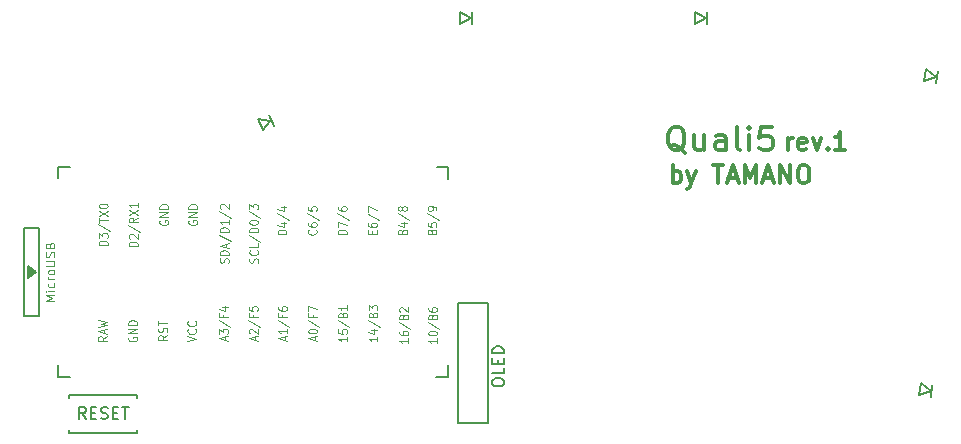
<source format=gto>
%TF.GenerationSoftware,KiCad,Pcbnew,(5.1.9-0-10_14)*%
%TF.CreationDate,2021-05-28T20:21:16+09:00*%
%TF.ProjectId,quali5,7175616c-6935-42e6-9b69-6361645f7063,rev?*%
%TF.SameCoordinates,Original*%
%TF.FileFunction,Legend,Top*%
%TF.FilePolarity,Positive*%
%FSLAX46Y46*%
G04 Gerber Fmt 4.6, Leading zero omitted, Abs format (unit mm)*
G04 Created by KiCad (PCBNEW (5.1.9-0-10_14)) date 2021-05-28 20:21:16*
%MOMM*%
%LPD*%
G01*
G04 APERTURE LIST*
%ADD10C,0.300000*%
%ADD11C,0.150000*%
%ADD12C,0.120000*%
%ADD13C,0.125000*%
G04 APERTURE END LIST*
D10*
X139917142Y-115268571D02*
X139917142Y-114268571D01*
X139917142Y-114554285D02*
X139988571Y-114411428D01*
X140060000Y-114340000D01*
X140202857Y-114268571D01*
X140345714Y-114268571D01*
X141417142Y-115197142D02*
X141274285Y-115268571D01*
X140988571Y-115268571D01*
X140845714Y-115197142D01*
X140774285Y-115054285D01*
X140774285Y-114482857D01*
X140845714Y-114340000D01*
X140988571Y-114268571D01*
X141274285Y-114268571D01*
X141417142Y-114340000D01*
X141488571Y-114482857D01*
X141488571Y-114625714D01*
X140774285Y-114768571D01*
X141988571Y-114268571D02*
X142345714Y-115268571D01*
X142702857Y-114268571D01*
X143274285Y-115125714D02*
X143345714Y-115197142D01*
X143274285Y-115268571D01*
X143202857Y-115197142D01*
X143274285Y-115125714D01*
X143274285Y-115268571D01*
X144774285Y-115268571D02*
X143917142Y-115268571D01*
X144345714Y-115268571D02*
X144345714Y-113768571D01*
X144202857Y-113982857D01*
X144060000Y-114125714D01*
X143917142Y-114197142D01*
X130160000Y-118068571D02*
X130160000Y-116568571D01*
X130160000Y-117140000D02*
X130302857Y-117068571D01*
X130588571Y-117068571D01*
X130731428Y-117140000D01*
X130802857Y-117211428D01*
X130874285Y-117354285D01*
X130874285Y-117782857D01*
X130802857Y-117925714D01*
X130731428Y-117997142D01*
X130588571Y-118068571D01*
X130302857Y-118068571D01*
X130160000Y-117997142D01*
X131374285Y-117068571D02*
X131731428Y-118068571D01*
X132088571Y-117068571D02*
X131731428Y-118068571D01*
X131588571Y-118425714D01*
X131517142Y-118497142D01*
X131374285Y-118568571D01*
X133588571Y-116568571D02*
X134445714Y-116568571D01*
X134017142Y-118068571D02*
X134017142Y-116568571D01*
X134874285Y-117640000D02*
X135588571Y-117640000D01*
X134731428Y-118068571D02*
X135231428Y-116568571D01*
X135731428Y-118068571D01*
X136231428Y-118068571D02*
X136231428Y-116568571D01*
X136731428Y-117640000D01*
X137231428Y-116568571D01*
X137231428Y-118068571D01*
X137874285Y-117640000D02*
X138588571Y-117640000D01*
X137731428Y-118068571D02*
X138231428Y-116568571D01*
X138731428Y-118068571D01*
X139231428Y-118068571D02*
X139231428Y-116568571D01*
X140088571Y-118068571D01*
X140088571Y-116568571D01*
X141088571Y-116568571D02*
X141374285Y-116568571D01*
X141517142Y-116640000D01*
X141660000Y-116782857D01*
X141731428Y-117068571D01*
X141731428Y-117568571D01*
X141660000Y-117854285D01*
X141517142Y-117997142D01*
X141374285Y-118068571D01*
X141088571Y-118068571D01*
X140945714Y-117997142D01*
X140802857Y-117854285D01*
X140731428Y-117568571D01*
X140731428Y-117068571D01*
X140802857Y-116782857D01*
X140945714Y-116640000D01*
X141088571Y-116568571D01*
X131214523Y-115485238D02*
X131024047Y-115390000D01*
X130833571Y-115199523D01*
X130547857Y-114913809D01*
X130357380Y-114818571D01*
X130166904Y-114818571D01*
X130262142Y-115294761D02*
X130071666Y-115199523D01*
X129881190Y-115009047D01*
X129785952Y-114628095D01*
X129785952Y-113961428D01*
X129881190Y-113580476D01*
X130071666Y-113390000D01*
X130262142Y-113294761D01*
X130643095Y-113294761D01*
X130833571Y-113390000D01*
X131024047Y-113580476D01*
X131119285Y-113961428D01*
X131119285Y-114628095D01*
X131024047Y-115009047D01*
X130833571Y-115199523D01*
X130643095Y-115294761D01*
X130262142Y-115294761D01*
X132833571Y-113961428D02*
X132833571Y-115294761D01*
X131976428Y-113961428D02*
X131976428Y-115009047D01*
X132071666Y-115199523D01*
X132262142Y-115294761D01*
X132547857Y-115294761D01*
X132738333Y-115199523D01*
X132833571Y-115104285D01*
X134643095Y-115294761D02*
X134643095Y-114247142D01*
X134547857Y-114056666D01*
X134357380Y-113961428D01*
X133976428Y-113961428D01*
X133785952Y-114056666D01*
X134643095Y-115199523D02*
X134452619Y-115294761D01*
X133976428Y-115294761D01*
X133785952Y-115199523D01*
X133690714Y-115009047D01*
X133690714Y-114818571D01*
X133785952Y-114628095D01*
X133976428Y-114532857D01*
X134452619Y-114532857D01*
X134643095Y-114437619D01*
X135881190Y-115294761D02*
X135690714Y-115199523D01*
X135595476Y-115009047D01*
X135595476Y-113294761D01*
X136643095Y-115294761D02*
X136643095Y-113961428D01*
X136643095Y-113294761D02*
X136547857Y-113390000D01*
X136643095Y-113485238D01*
X136738333Y-113390000D01*
X136643095Y-113294761D01*
X136643095Y-113485238D01*
X138547857Y-113294761D02*
X137595476Y-113294761D01*
X137500238Y-114247142D01*
X137595476Y-114151904D01*
X137785952Y-114056666D01*
X138262142Y-114056666D01*
X138452619Y-114151904D01*
X138547857Y-114247142D01*
X138643095Y-114437619D01*
X138643095Y-114913809D01*
X138547857Y-115104285D01*
X138452619Y-115199523D01*
X138262142Y-115294761D01*
X137785952Y-115294761D01*
X137595476Y-115199523D01*
X137500238Y-115104285D01*
D11*
%TO.C,U1*%
X76010000Y-125740000D02*
X76010000Y-125440000D01*
X75860000Y-125840000D02*
X75860000Y-125340000D01*
X75710000Y-125940000D02*
X75710000Y-125240000D01*
X76210000Y-125590000D02*
X75560000Y-126090000D01*
X75560000Y-125090000D02*
X76210000Y-125590000D01*
X75560000Y-126090000D02*
X75560000Y-125090000D01*
X75210000Y-121840000D02*
X75210000Y-129340000D01*
X76510000Y-121840000D02*
X75210000Y-121840000D01*
X76510000Y-129340000D02*
X76510000Y-121840000D01*
X75210000Y-129340000D02*
X76510000Y-129340000D01*
X78110000Y-134490000D02*
X79110000Y-134490000D01*
X78110000Y-116690000D02*
X79110000Y-116690000D01*
X78110000Y-134490000D02*
X78110000Y-133490000D01*
X78110000Y-116690000D02*
X78110000Y-117640000D01*
X110110000Y-134490000D02*
X111160000Y-134490000D01*
X110160000Y-116690000D02*
X111160000Y-116690000D01*
X111160000Y-134490000D02*
X111160000Y-133490000D01*
X111160000Y-116690000D02*
X111160000Y-117700000D01*
%TO.C,D3*%
X133040000Y-104560000D02*
X133040000Y-103560000D01*
X132040000Y-103560000D02*
X132940000Y-104060000D01*
X132040000Y-104560000D02*
X132040000Y-103560000D01*
X132940000Y-104060000D02*
X132040000Y-104560000D01*
%TO.C,D1*%
X96080874Y-112800157D02*
X95433711Y-113600895D01*
X95433711Y-113600895D02*
X95059105Y-112673711D01*
X95059105Y-112673711D02*
X96080874Y-112800157D01*
X96360895Y-113226289D02*
X95986289Y-112299105D01*
%TO.C,D2*%
X113180000Y-104560000D02*
X113180000Y-103560000D01*
X112180000Y-103560000D02*
X113080000Y-104060000D01*
X112180000Y-104560000D02*
X112180000Y-103560000D01*
X113080000Y-104060000D02*
X112180000Y-104560000D01*
%TO.C,D4*%
X152424656Y-109054356D02*
X151470430Y-109440946D01*
X151470430Y-109440946D02*
X151592300Y-108448400D01*
X151592300Y-108448400D02*
X152424656Y-109054356D01*
X152462976Y-109562816D02*
X152584846Y-108570270D01*
%TO.C,D5*%
X151987018Y-135638748D02*
X151032792Y-136025338D01*
X151032792Y-136025338D02*
X151154662Y-135032792D01*
X151154662Y-135032792D02*
X151987018Y-135638748D01*
X152025338Y-136147208D02*
X152147208Y-135154662D01*
%TO.C,OL1*%
X114480000Y-138360000D02*
X114480000Y-128200000D01*
X111940000Y-138360000D02*
X111940000Y-128200000D01*
X111940000Y-128200000D02*
X114480000Y-128200000D01*
X114480000Y-138360000D02*
X111940000Y-138360000D01*
%TO.C,SW1*%
X79060000Y-139190000D02*
X84760000Y-139190000D01*
X84760000Y-139190000D02*
X84760000Y-138940000D01*
X79060000Y-139190000D02*
X79060000Y-138940000D01*
X79060000Y-135990000D02*
X79060000Y-136240000D01*
X79060000Y-135990000D02*
X84760000Y-135990000D01*
X84760000Y-135990000D02*
X84760000Y-136240000D01*
%TO.C,U1*%
D12*
X77799285Y-128086428D02*
X77049285Y-128086428D01*
X77585000Y-127836428D01*
X77049285Y-127586428D01*
X77799285Y-127586428D01*
X77799285Y-127229285D02*
X77299285Y-127229285D01*
X77049285Y-127229285D02*
X77085000Y-127265000D01*
X77120714Y-127229285D01*
X77085000Y-127193571D01*
X77049285Y-127229285D01*
X77120714Y-127229285D01*
X77763571Y-126550714D02*
X77799285Y-126622142D01*
X77799285Y-126765000D01*
X77763571Y-126836428D01*
X77727857Y-126872142D01*
X77656428Y-126907857D01*
X77442142Y-126907857D01*
X77370714Y-126872142D01*
X77335000Y-126836428D01*
X77299285Y-126765000D01*
X77299285Y-126622142D01*
X77335000Y-126550714D01*
X77799285Y-126229285D02*
X77299285Y-126229285D01*
X77442142Y-126229285D02*
X77370714Y-126193571D01*
X77335000Y-126157857D01*
X77299285Y-126086428D01*
X77299285Y-126015000D01*
X77799285Y-125657857D02*
X77763571Y-125729285D01*
X77727857Y-125765000D01*
X77656428Y-125800714D01*
X77442142Y-125800714D01*
X77370714Y-125765000D01*
X77335000Y-125729285D01*
X77299285Y-125657857D01*
X77299285Y-125550714D01*
X77335000Y-125479285D01*
X77370714Y-125443571D01*
X77442142Y-125407857D01*
X77656428Y-125407857D01*
X77727857Y-125443571D01*
X77763571Y-125479285D01*
X77799285Y-125550714D01*
X77799285Y-125657857D01*
X77049285Y-125086428D02*
X77656428Y-125086428D01*
X77727857Y-125050714D01*
X77763571Y-125015000D01*
X77799285Y-124943571D01*
X77799285Y-124800714D01*
X77763571Y-124729285D01*
X77727857Y-124693571D01*
X77656428Y-124657857D01*
X77049285Y-124657857D01*
X77763571Y-124336428D02*
X77799285Y-124229285D01*
X77799285Y-124050714D01*
X77763571Y-123979285D01*
X77727857Y-123943571D01*
X77656428Y-123907857D01*
X77585000Y-123907857D01*
X77513571Y-123943571D01*
X77477857Y-123979285D01*
X77442142Y-124050714D01*
X77406428Y-124193571D01*
X77370714Y-124265000D01*
X77335000Y-124300714D01*
X77263571Y-124336428D01*
X77192142Y-124336428D01*
X77120714Y-124300714D01*
X77085000Y-124265000D01*
X77049285Y-124193571D01*
X77049285Y-124015000D01*
X77085000Y-123907857D01*
X77406428Y-123336428D02*
X77442142Y-123229285D01*
X77477857Y-123193571D01*
X77549285Y-123157857D01*
X77656428Y-123157857D01*
X77727857Y-123193571D01*
X77763571Y-123229285D01*
X77799285Y-123300714D01*
X77799285Y-123586428D01*
X77049285Y-123586428D01*
X77049285Y-123336428D01*
X77085000Y-123265000D01*
X77120714Y-123229285D01*
X77192142Y-123193571D01*
X77263571Y-123193571D01*
X77335000Y-123229285D01*
X77370714Y-123265000D01*
X77406428Y-123336428D01*
X77406428Y-123586428D01*
D13*
X107256428Y-122176190D02*
X107292142Y-122080476D01*
X107327857Y-122048571D01*
X107399285Y-122016666D01*
X107506428Y-122016666D01*
X107577857Y-122048571D01*
X107613571Y-122080476D01*
X107649285Y-122144285D01*
X107649285Y-122399523D01*
X106899285Y-122399523D01*
X106899285Y-122176190D01*
X106935000Y-122112380D01*
X106970714Y-122080476D01*
X107042142Y-122048571D01*
X107113571Y-122048571D01*
X107185000Y-122080476D01*
X107220714Y-122112380D01*
X107256428Y-122176190D01*
X107256428Y-122399523D01*
X107149285Y-121442380D02*
X107649285Y-121442380D01*
X106863571Y-121601904D02*
X107399285Y-121761428D01*
X107399285Y-121346666D01*
X106863571Y-120612857D02*
X107827857Y-121187142D01*
X107220714Y-120293809D02*
X107185000Y-120357619D01*
X107149285Y-120389523D01*
X107077857Y-120421428D01*
X107042142Y-120421428D01*
X106970714Y-120389523D01*
X106935000Y-120357619D01*
X106899285Y-120293809D01*
X106899285Y-120166190D01*
X106935000Y-120102380D01*
X106970714Y-120070476D01*
X107042142Y-120038571D01*
X107077857Y-120038571D01*
X107149285Y-120070476D01*
X107185000Y-120102380D01*
X107220714Y-120166190D01*
X107220714Y-120293809D01*
X107256428Y-120357619D01*
X107292142Y-120389523D01*
X107363571Y-120421428D01*
X107506428Y-120421428D01*
X107577857Y-120389523D01*
X107613571Y-120357619D01*
X107649285Y-120293809D01*
X107649285Y-120166190D01*
X107613571Y-120102380D01*
X107577857Y-120070476D01*
X107506428Y-120038571D01*
X107363571Y-120038571D01*
X107292142Y-120070476D01*
X107256428Y-120102380D01*
X107220714Y-120166190D01*
X84849285Y-123403571D02*
X84099285Y-123403571D01*
X84099285Y-123244047D01*
X84135000Y-123148333D01*
X84206428Y-123084523D01*
X84277857Y-123052619D01*
X84420714Y-123020714D01*
X84527857Y-123020714D01*
X84670714Y-123052619D01*
X84742142Y-123084523D01*
X84813571Y-123148333D01*
X84849285Y-123244047D01*
X84849285Y-123403571D01*
X84170714Y-122765476D02*
X84135000Y-122733571D01*
X84099285Y-122669761D01*
X84099285Y-122510238D01*
X84135000Y-122446428D01*
X84170714Y-122414523D01*
X84242142Y-122382619D01*
X84313571Y-122382619D01*
X84420714Y-122414523D01*
X84849285Y-122797380D01*
X84849285Y-122382619D01*
X84063571Y-121616904D02*
X85027857Y-122191190D01*
X84849285Y-121010714D02*
X84492142Y-121234047D01*
X84849285Y-121393571D02*
X84099285Y-121393571D01*
X84099285Y-121138333D01*
X84135000Y-121074523D01*
X84170714Y-121042619D01*
X84242142Y-121010714D01*
X84349285Y-121010714D01*
X84420714Y-121042619D01*
X84456428Y-121074523D01*
X84492142Y-121138333D01*
X84492142Y-121393571D01*
X84099285Y-120787380D02*
X84849285Y-120340714D01*
X84099285Y-120340714D02*
X84849285Y-120787380D01*
X84849285Y-119734523D02*
X84849285Y-120117380D01*
X84849285Y-119925952D02*
X84099285Y-119925952D01*
X84206428Y-119989761D01*
X84277857Y-120053571D01*
X84313571Y-120117380D01*
X109756428Y-122176190D02*
X109792142Y-122080476D01*
X109827857Y-122048571D01*
X109899285Y-122016666D01*
X110006428Y-122016666D01*
X110077857Y-122048571D01*
X110113571Y-122080476D01*
X110149285Y-122144285D01*
X110149285Y-122399523D01*
X109399285Y-122399523D01*
X109399285Y-122176190D01*
X109435000Y-122112380D01*
X109470714Y-122080476D01*
X109542142Y-122048571D01*
X109613571Y-122048571D01*
X109685000Y-122080476D01*
X109720714Y-122112380D01*
X109756428Y-122176190D01*
X109756428Y-122399523D01*
X109399285Y-121410476D02*
X109399285Y-121729523D01*
X109756428Y-121761428D01*
X109720714Y-121729523D01*
X109685000Y-121665714D01*
X109685000Y-121506190D01*
X109720714Y-121442380D01*
X109756428Y-121410476D01*
X109827857Y-121378571D01*
X110006428Y-121378571D01*
X110077857Y-121410476D01*
X110113571Y-121442380D01*
X110149285Y-121506190D01*
X110149285Y-121665714D01*
X110113571Y-121729523D01*
X110077857Y-121761428D01*
X109363571Y-120612857D02*
X110327857Y-121187142D01*
X110149285Y-120357619D02*
X110149285Y-120230000D01*
X110113571Y-120166190D01*
X110077857Y-120134285D01*
X109970714Y-120070476D01*
X109827857Y-120038571D01*
X109542142Y-120038571D01*
X109470714Y-120070476D01*
X109435000Y-120102380D01*
X109399285Y-120166190D01*
X109399285Y-120293809D01*
X109435000Y-120357619D01*
X109470714Y-120389523D01*
X109542142Y-120421428D01*
X109720714Y-120421428D01*
X109792142Y-120389523D01*
X109827857Y-120357619D01*
X109863571Y-120293809D01*
X109863571Y-120166190D01*
X109827857Y-120102380D01*
X109792142Y-120070476D01*
X109720714Y-120038571D01*
X99927857Y-122016666D02*
X99963571Y-122048571D01*
X99999285Y-122144285D01*
X99999285Y-122208095D01*
X99963571Y-122303809D01*
X99892142Y-122367619D01*
X99820714Y-122399523D01*
X99677857Y-122431428D01*
X99570714Y-122431428D01*
X99427857Y-122399523D01*
X99356428Y-122367619D01*
X99285000Y-122303809D01*
X99249285Y-122208095D01*
X99249285Y-122144285D01*
X99285000Y-122048571D01*
X99320714Y-122016666D01*
X99249285Y-121442380D02*
X99249285Y-121570000D01*
X99285000Y-121633809D01*
X99320714Y-121665714D01*
X99427857Y-121729523D01*
X99570714Y-121761428D01*
X99856428Y-121761428D01*
X99927857Y-121729523D01*
X99963571Y-121697619D01*
X99999285Y-121633809D01*
X99999285Y-121506190D01*
X99963571Y-121442380D01*
X99927857Y-121410476D01*
X99856428Y-121378571D01*
X99677857Y-121378571D01*
X99606428Y-121410476D01*
X99570714Y-121442380D01*
X99535000Y-121506190D01*
X99535000Y-121633809D01*
X99570714Y-121697619D01*
X99606428Y-121729523D01*
X99677857Y-121761428D01*
X99213571Y-120612857D02*
X100177857Y-121187142D01*
X99249285Y-120070476D02*
X99249285Y-120389523D01*
X99606428Y-120421428D01*
X99570714Y-120389523D01*
X99535000Y-120325714D01*
X99535000Y-120166190D01*
X99570714Y-120102380D01*
X99606428Y-120070476D01*
X99677857Y-120038571D01*
X99856428Y-120038571D01*
X99927857Y-120070476D01*
X99963571Y-120102380D01*
X99999285Y-120166190D01*
X99999285Y-120325714D01*
X99963571Y-120389523D01*
X99927857Y-120421428D01*
X95013571Y-124807619D02*
X95049285Y-124711904D01*
X95049285Y-124552380D01*
X95013571Y-124488571D01*
X94977857Y-124456666D01*
X94906428Y-124424761D01*
X94835000Y-124424761D01*
X94763571Y-124456666D01*
X94727857Y-124488571D01*
X94692142Y-124552380D01*
X94656428Y-124680000D01*
X94620714Y-124743809D01*
X94585000Y-124775714D01*
X94513571Y-124807619D01*
X94442142Y-124807619D01*
X94370714Y-124775714D01*
X94335000Y-124743809D01*
X94299285Y-124680000D01*
X94299285Y-124520476D01*
X94335000Y-124424761D01*
X94977857Y-123754761D02*
X95013571Y-123786666D01*
X95049285Y-123882380D01*
X95049285Y-123946190D01*
X95013571Y-124041904D01*
X94942142Y-124105714D01*
X94870714Y-124137619D01*
X94727857Y-124169523D01*
X94620714Y-124169523D01*
X94477857Y-124137619D01*
X94406428Y-124105714D01*
X94335000Y-124041904D01*
X94299285Y-123946190D01*
X94299285Y-123882380D01*
X94335000Y-123786666D01*
X94370714Y-123754761D01*
X95049285Y-123148571D02*
X95049285Y-123467619D01*
X94299285Y-123467619D01*
X94263571Y-122446666D02*
X95227857Y-123020952D01*
X95049285Y-122223333D02*
X94299285Y-122223333D01*
X94299285Y-122063809D01*
X94335000Y-121968095D01*
X94406428Y-121904285D01*
X94477857Y-121872380D01*
X94620714Y-121840476D01*
X94727857Y-121840476D01*
X94870714Y-121872380D01*
X94942142Y-121904285D01*
X95013571Y-121968095D01*
X95049285Y-122063809D01*
X95049285Y-122223333D01*
X94299285Y-121425714D02*
X94299285Y-121361904D01*
X94335000Y-121298095D01*
X94370714Y-121266190D01*
X94442142Y-121234285D01*
X94585000Y-121202380D01*
X94763571Y-121202380D01*
X94906428Y-121234285D01*
X94977857Y-121266190D01*
X95013571Y-121298095D01*
X95049285Y-121361904D01*
X95049285Y-121425714D01*
X95013571Y-121489523D01*
X94977857Y-121521428D01*
X94906428Y-121553333D01*
X94763571Y-121585238D01*
X94585000Y-121585238D01*
X94442142Y-121553333D01*
X94370714Y-121521428D01*
X94335000Y-121489523D01*
X94299285Y-121425714D01*
X94263571Y-120436666D02*
X95227857Y-121010952D01*
X94299285Y-120277142D02*
X94299285Y-119862380D01*
X94585000Y-120085714D01*
X94585000Y-119990000D01*
X94620714Y-119926190D01*
X94656428Y-119894285D01*
X94727857Y-119862380D01*
X94906428Y-119862380D01*
X94977857Y-119894285D01*
X95013571Y-119926190D01*
X95049285Y-119990000D01*
X95049285Y-120181428D01*
X95013571Y-120245238D01*
X94977857Y-120277142D01*
X92513571Y-124823571D02*
X92549285Y-124727857D01*
X92549285Y-124568333D01*
X92513571Y-124504523D01*
X92477857Y-124472619D01*
X92406428Y-124440714D01*
X92335000Y-124440714D01*
X92263571Y-124472619D01*
X92227857Y-124504523D01*
X92192142Y-124568333D01*
X92156428Y-124695952D01*
X92120714Y-124759761D01*
X92085000Y-124791666D01*
X92013571Y-124823571D01*
X91942142Y-124823571D01*
X91870714Y-124791666D01*
X91835000Y-124759761D01*
X91799285Y-124695952D01*
X91799285Y-124536428D01*
X91835000Y-124440714D01*
X92549285Y-124153571D02*
X91799285Y-124153571D01*
X91799285Y-123994047D01*
X91835000Y-123898333D01*
X91906428Y-123834523D01*
X91977857Y-123802619D01*
X92120714Y-123770714D01*
X92227857Y-123770714D01*
X92370714Y-123802619D01*
X92442142Y-123834523D01*
X92513571Y-123898333D01*
X92549285Y-123994047D01*
X92549285Y-124153571D01*
X92335000Y-123515476D02*
X92335000Y-123196428D01*
X92549285Y-123579285D02*
X91799285Y-123355952D01*
X92549285Y-123132619D01*
X91763571Y-122430714D02*
X92727857Y-123005000D01*
X92549285Y-122207380D02*
X91799285Y-122207380D01*
X91799285Y-122047857D01*
X91835000Y-121952142D01*
X91906428Y-121888333D01*
X91977857Y-121856428D01*
X92120714Y-121824523D01*
X92227857Y-121824523D01*
X92370714Y-121856428D01*
X92442142Y-121888333D01*
X92513571Y-121952142D01*
X92549285Y-122047857D01*
X92549285Y-122207380D01*
X92549285Y-121186428D02*
X92549285Y-121569285D01*
X92549285Y-121377857D02*
X91799285Y-121377857D01*
X91906428Y-121441666D01*
X91977857Y-121505476D01*
X92013571Y-121569285D01*
X91763571Y-120420714D02*
X92727857Y-120995000D01*
X91870714Y-120229285D02*
X91835000Y-120197380D01*
X91799285Y-120133571D01*
X91799285Y-119974047D01*
X91835000Y-119910238D01*
X91870714Y-119878333D01*
X91942142Y-119846428D01*
X92013571Y-119846428D01*
X92120714Y-119878333D01*
X92549285Y-120261190D01*
X92549285Y-119846428D01*
X97449285Y-122399523D02*
X96699285Y-122399523D01*
X96699285Y-122240000D01*
X96735000Y-122144285D01*
X96806428Y-122080476D01*
X96877857Y-122048571D01*
X97020714Y-122016666D01*
X97127857Y-122016666D01*
X97270714Y-122048571D01*
X97342142Y-122080476D01*
X97413571Y-122144285D01*
X97449285Y-122240000D01*
X97449285Y-122399523D01*
X96949285Y-121442380D02*
X97449285Y-121442380D01*
X96663571Y-121601904D02*
X97199285Y-121761428D01*
X97199285Y-121346666D01*
X96663571Y-120612857D02*
X97627857Y-121187142D01*
X96949285Y-120102380D02*
X97449285Y-120102380D01*
X96663571Y-120261904D02*
X97199285Y-120421428D01*
X97199285Y-120006666D01*
X82299285Y-123323809D02*
X81549285Y-123323809D01*
X81549285Y-123164285D01*
X81585000Y-123068571D01*
X81656428Y-123004761D01*
X81727857Y-122972857D01*
X81870714Y-122940952D01*
X81977857Y-122940952D01*
X82120714Y-122972857D01*
X82192142Y-123004761D01*
X82263571Y-123068571D01*
X82299285Y-123164285D01*
X82299285Y-123323809D01*
X81549285Y-122717619D02*
X81549285Y-122302857D01*
X81835000Y-122526190D01*
X81835000Y-122430476D01*
X81870714Y-122366666D01*
X81906428Y-122334761D01*
X81977857Y-122302857D01*
X82156428Y-122302857D01*
X82227857Y-122334761D01*
X82263571Y-122366666D01*
X82299285Y-122430476D01*
X82299285Y-122621904D01*
X82263571Y-122685714D01*
X82227857Y-122717619D01*
X81513571Y-121537142D02*
X82477857Y-122111428D01*
X81549285Y-121409523D02*
X81549285Y-121026666D01*
X82299285Y-121218095D02*
X81549285Y-121218095D01*
X81549285Y-120867142D02*
X82299285Y-120420476D01*
X81549285Y-120420476D02*
X82299285Y-120867142D01*
X81549285Y-120037619D02*
X81549285Y-119973809D01*
X81585000Y-119910000D01*
X81620714Y-119878095D01*
X81692142Y-119846190D01*
X81835000Y-119814285D01*
X82013571Y-119814285D01*
X82156428Y-119846190D01*
X82227857Y-119878095D01*
X82263571Y-119910000D01*
X82299285Y-119973809D01*
X82299285Y-120037619D01*
X82263571Y-120101428D01*
X82227857Y-120133333D01*
X82156428Y-120165238D01*
X82013571Y-120197142D01*
X81835000Y-120197142D01*
X81692142Y-120165238D01*
X81620714Y-120133333D01*
X81585000Y-120101428D01*
X81549285Y-120037619D01*
X89185000Y-121245476D02*
X89149285Y-121309285D01*
X89149285Y-121405000D01*
X89185000Y-121500714D01*
X89256428Y-121564523D01*
X89327857Y-121596428D01*
X89470714Y-121628333D01*
X89577857Y-121628333D01*
X89720714Y-121596428D01*
X89792142Y-121564523D01*
X89863571Y-121500714D01*
X89899285Y-121405000D01*
X89899285Y-121341190D01*
X89863571Y-121245476D01*
X89827857Y-121213571D01*
X89577857Y-121213571D01*
X89577857Y-121341190D01*
X89899285Y-120926428D02*
X89149285Y-120926428D01*
X89899285Y-120543571D01*
X89149285Y-120543571D01*
X89899285Y-120224523D02*
X89149285Y-120224523D01*
X89149285Y-120065000D01*
X89185000Y-119969285D01*
X89256428Y-119905476D01*
X89327857Y-119873571D01*
X89470714Y-119841666D01*
X89577857Y-119841666D01*
X89720714Y-119873571D01*
X89792142Y-119905476D01*
X89863571Y-119969285D01*
X89899285Y-120065000D01*
X89899285Y-120224523D01*
X86735000Y-121245476D02*
X86699285Y-121309285D01*
X86699285Y-121405000D01*
X86735000Y-121500714D01*
X86806428Y-121564523D01*
X86877857Y-121596428D01*
X87020714Y-121628333D01*
X87127857Y-121628333D01*
X87270714Y-121596428D01*
X87342142Y-121564523D01*
X87413571Y-121500714D01*
X87449285Y-121405000D01*
X87449285Y-121341190D01*
X87413571Y-121245476D01*
X87377857Y-121213571D01*
X87127857Y-121213571D01*
X87127857Y-121341190D01*
X87449285Y-120926428D02*
X86699285Y-120926428D01*
X87449285Y-120543571D01*
X86699285Y-120543571D01*
X87449285Y-120224523D02*
X86699285Y-120224523D01*
X86699285Y-120065000D01*
X86735000Y-119969285D01*
X86806428Y-119905476D01*
X86877857Y-119873571D01*
X87020714Y-119841666D01*
X87127857Y-119841666D01*
X87270714Y-119873571D01*
X87342142Y-119905476D01*
X87413571Y-119969285D01*
X87449285Y-120065000D01*
X87449285Y-120224523D01*
X102549285Y-122399523D02*
X101799285Y-122399523D01*
X101799285Y-122240000D01*
X101835000Y-122144285D01*
X101906428Y-122080476D01*
X101977857Y-122048571D01*
X102120714Y-122016666D01*
X102227857Y-122016666D01*
X102370714Y-122048571D01*
X102442142Y-122080476D01*
X102513571Y-122144285D01*
X102549285Y-122240000D01*
X102549285Y-122399523D01*
X101799285Y-121793333D02*
X101799285Y-121346666D01*
X102549285Y-121633809D01*
X101763571Y-120612857D02*
X102727857Y-121187142D01*
X101799285Y-120102380D02*
X101799285Y-120230000D01*
X101835000Y-120293809D01*
X101870714Y-120325714D01*
X101977857Y-120389523D01*
X102120714Y-120421428D01*
X102406428Y-120421428D01*
X102477857Y-120389523D01*
X102513571Y-120357619D01*
X102549285Y-120293809D01*
X102549285Y-120166190D01*
X102513571Y-120102380D01*
X102477857Y-120070476D01*
X102406428Y-120038571D01*
X102227857Y-120038571D01*
X102156428Y-120070476D01*
X102120714Y-120102380D01*
X102085000Y-120166190D01*
X102085000Y-120293809D01*
X102120714Y-120357619D01*
X102156428Y-120389523D01*
X102227857Y-120421428D01*
X104706428Y-122367619D02*
X104706428Y-122144285D01*
X105099285Y-122048571D02*
X105099285Y-122367619D01*
X104349285Y-122367619D01*
X104349285Y-122048571D01*
X104349285Y-121474285D02*
X104349285Y-121601904D01*
X104385000Y-121665714D01*
X104420714Y-121697619D01*
X104527857Y-121761428D01*
X104670714Y-121793333D01*
X104956428Y-121793333D01*
X105027857Y-121761428D01*
X105063571Y-121729523D01*
X105099285Y-121665714D01*
X105099285Y-121538095D01*
X105063571Y-121474285D01*
X105027857Y-121442380D01*
X104956428Y-121410476D01*
X104777857Y-121410476D01*
X104706428Y-121442380D01*
X104670714Y-121474285D01*
X104635000Y-121538095D01*
X104635000Y-121665714D01*
X104670714Y-121729523D01*
X104706428Y-121761428D01*
X104777857Y-121793333D01*
X104313571Y-120644761D02*
X105277857Y-121219047D01*
X104349285Y-120485238D02*
X104349285Y-120038571D01*
X105099285Y-120325714D01*
X107749285Y-131222619D02*
X107749285Y-131605476D01*
X107749285Y-131414047D02*
X106999285Y-131414047D01*
X107106428Y-131477857D01*
X107177857Y-131541666D01*
X107213571Y-131605476D01*
X106999285Y-130648333D02*
X106999285Y-130775952D01*
X107035000Y-130839761D01*
X107070714Y-130871666D01*
X107177857Y-130935476D01*
X107320714Y-130967380D01*
X107606428Y-130967380D01*
X107677857Y-130935476D01*
X107713571Y-130903571D01*
X107749285Y-130839761D01*
X107749285Y-130712142D01*
X107713571Y-130648333D01*
X107677857Y-130616428D01*
X107606428Y-130584523D01*
X107427857Y-130584523D01*
X107356428Y-130616428D01*
X107320714Y-130648333D01*
X107285000Y-130712142D01*
X107285000Y-130839761D01*
X107320714Y-130903571D01*
X107356428Y-130935476D01*
X107427857Y-130967380D01*
X106963571Y-129818809D02*
X107927857Y-130393095D01*
X107356428Y-129372142D02*
X107392142Y-129276428D01*
X107427857Y-129244523D01*
X107499285Y-129212619D01*
X107606428Y-129212619D01*
X107677857Y-129244523D01*
X107713571Y-129276428D01*
X107749285Y-129340238D01*
X107749285Y-129595476D01*
X106999285Y-129595476D01*
X106999285Y-129372142D01*
X107035000Y-129308333D01*
X107070714Y-129276428D01*
X107142142Y-129244523D01*
X107213571Y-129244523D01*
X107285000Y-129276428D01*
X107320714Y-129308333D01*
X107356428Y-129372142D01*
X107356428Y-129595476D01*
X107070714Y-128957380D02*
X107035000Y-128925476D01*
X106999285Y-128861666D01*
X106999285Y-128702142D01*
X107035000Y-128638333D01*
X107070714Y-128606428D01*
X107142142Y-128574523D01*
X107213571Y-128574523D01*
X107320714Y-128606428D01*
X107749285Y-128989285D01*
X107749285Y-128574523D01*
X110199285Y-131222619D02*
X110199285Y-131605476D01*
X110199285Y-131414047D02*
X109449285Y-131414047D01*
X109556428Y-131477857D01*
X109627857Y-131541666D01*
X109663571Y-131605476D01*
X109449285Y-130807857D02*
X109449285Y-130744047D01*
X109485000Y-130680238D01*
X109520714Y-130648333D01*
X109592142Y-130616428D01*
X109735000Y-130584523D01*
X109913571Y-130584523D01*
X110056428Y-130616428D01*
X110127857Y-130648333D01*
X110163571Y-130680238D01*
X110199285Y-130744047D01*
X110199285Y-130807857D01*
X110163571Y-130871666D01*
X110127857Y-130903571D01*
X110056428Y-130935476D01*
X109913571Y-130967380D01*
X109735000Y-130967380D01*
X109592142Y-130935476D01*
X109520714Y-130903571D01*
X109485000Y-130871666D01*
X109449285Y-130807857D01*
X109413571Y-129818809D02*
X110377857Y-130393095D01*
X109806428Y-129372142D02*
X109842142Y-129276428D01*
X109877857Y-129244523D01*
X109949285Y-129212619D01*
X110056428Y-129212619D01*
X110127857Y-129244523D01*
X110163571Y-129276428D01*
X110199285Y-129340238D01*
X110199285Y-129595476D01*
X109449285Y-129595476D01*
X109449285Y-129372142D01*
X109485000Y-129308333D01*
X109520714Y-129276428D01*
X109592142Y-129244523D01*
X109663571Y-129244523D01*
X109735000Y-129276428D01*
X109770714Y-129308333D01*
X109806428Y-129372142D01*
X109806428Y-129595476D01*
X109449285Y-128638333D02*
X109449285Y-128765952D01*
X109485000Y-128829761D01*
X109520714Y-128861666D01*
X109627857Y-128925476D01*
X109770714Y-128957380D01*
X110056428Y-128957380D01*
X110127857Y-128925476D01*
X110163571Y-128893571D01*
X110199285Y-128829761D01*
X110199285Y-128702142D01*
X110163571Y-128638333D01*
X110127857Y-128606428D01*
X110056428Y-128574523D01*
X109877857Y-128574523D01*
X109806428Y-128606428D01*
X109770714Y-128638333D01*
X109735000Y-128702142D01*
X109735000Y-128829761D01*
X109770714Y-128893571D01*
X109806428Y-128925476D01*
X109877857Y-128957380D01*
X105149285Y-131067619D02*
X105149285Y-131450476D01*
X105149285Y-131259047D02*
X104399285Y-131259047D01*
X104506428Y-131322857D01*
X104577857Y-131386666D01*
X104613571Y-131450476D01*
X104649285Y-130493333D02*
X105149285Y-130493333D01*
X104363571Y-130652857D02*
X104899285Y-130812380D01*
X104899285Y-130397619D01*
X104363571Y-129663809D02*
X105327857Y-130238095D01*
X104756428Y-129217142D02*
X104792142Y-129121428D01*
X104827857Y-129089523D01*
X104899285Y-129057619D01*
X105006428Y-129057619D01*
X105077857Y-129089523D01*
X105113571Y-129121428D01*
X105149285Y-129185238D01*
X105149285Y-129440476D01*
X104399285Y-129440476D01*
X104399285Y-129217142D01*
X104435000Y-129153333D01*
X104470714Y-129121428D01*
X104542142Y-129089523D01*
X104613571Y-129089523D01*
X104685000Y-129121428D01*
X104720714Y-129153333D01*
X104756428Y-129217142D01*
X104756428Y-129440476D01*
X104399285Y-128834285D02*
X104399285Y-128419523D01*
X104685000Y-128642857D01*
X104685000Y-128547142D01*
X104720714Y-128483333D01*
X104756428Y-128451428D01*
X104827857Y-128419523D01*
X105006428Y-128419523D01*
X105077857Y-128451428D01*
X105113571Y-128483333D01*
X105149285Y-128547142D01*
X105149285Y-128738571D01*
X105113571Y-128802380D01*
X105077857Y-128834285D01*
X102599285Y-131067619D02*
X102599285Y-131450476D01*
X102599285Y-131259047D02*
X101849285Y-131259047D01*
X101956428Y-131322857D01*
X102027857Y-131386666D01*
X102063571Y-131450476D01*
X101849285Y-130461428D02*
X101849285Y-130780476D01*
X102206428Y-130812380D01*
X102170714Y-130780476D01*
X102135000Y-130716666D01*
X102135000Y-130557142D01*
X102170714Y-130493333D01*
X102206428Y-130461428D01*
X102277857Y-130429523D01*
X102456428Y-130429523D01*
X102527857Y-130461428D01*
X102563571Y-130493333D01*
X102599285Y-130557142D01*
X102599285Y-130716666D01*
X102563571Y-130780476D01*
X102527857Y-130812380D01*
X101813571Y-129663809D02*
X102777857Y-130238095D01*
X102206428Y-129217142D02*
X102242142Y-129121428D01*
X102277857Y-129089523D01*
X102349285Y-129057619D01*
X102456428Y-129057619D01*
X102527857Y-129089523D01*
X102563571Y-129121428D01*
X102599285Y-129185238D01*
X102599285Y-129440476D01*
X101849285Y-129440476D01*
X101849285Y-129217142D01*
X101885000Y-129153333D01*
X101920714Y-129121428D01*
X101992142Y-129089523D01*
X102063571Y-129089523D01*
X102135000Y-129121428D01*
X102170714Y-129153333D01*
X102206428Y-129217142D01*
X102206428Y-129440476D01*
X102599285Y-128419523D02*
X102599285Y-128802380D01*
X102599285Y-128610952D02*
X101849285Y-128610952D01*
X101956428Y-128674761D01*
X102027857Y-128738571D01*
X102063571Y-128802380D01*
X99835000Y-131370714D02*
X99835000Y-131051666D01*
X100049285Y-131434523D02*
X99299285Y-131211190D01*
X100049285Y-130987857D01*
X99299285Y-130636904D02*
X99299285Y-130573095D01*
X99335000Y-130509285D01*
X99370714Y-130477380D01*
X99442142Y-130445476D01*
X99585000Y-130413571D01*
X99763571Y-130413571D01*
X99906428Y-130445476D01*
X99977857Y-130477380D01*
X100013571Y-130509285D01*
X100049285Y-130573095D01*
X100049285Y-130636904D01*
X100013571Y-130700714D01*
X99977857Y-130732619D01*
X99906428Y-130764523D01*
X99763571Y-130796428D01*
X99585000Y-130796428D01*
X99442142Y-130764523D01*
X99370714Y-130732619D01*
X99335000Y-130700714D01*
X99299285Y-130636904D01*
X99263571Y-129647857D02*
X100227857Y-130222142D01*
X99656428Y-129201190D02*
X99656428Y-129424523D01*
X100049285Y-129424523D02*
X99299285Y-129424523D01*
X99299285Y-129105476D01*
X99299285Y-128914047D02*
X99299285Y-128467380D01*
X100049285Y-128754523D01*
X97285000Y-131370714D02*
X97285000Y-131051666D01*
X97499285Y-131434523D02*
X96749285Y-131211190D01*
X97499285Y-130987857D01*
X97499285Y-130413571D02*
X97499285Y-130796428D01*
X97499285Y-130605000D02*
X96749285Y-130605000D01*
X96856428Y-130668809D01*
X96927857Y-130732619D01*
X96963571Y-130796428D01*
X96713571Y-129647857D02*
X97677857Y-130222142D01*
X97106428Y-129201190D02*
X97106428Y-129424523D01*
X97499285Y-129424523D02*
X96749285Y-129424523D01*
X96749285Y-129105476D01*
X96749285Y-128563095D02*
X96749285Y-128690714D01*
X96785000Y-128754523D01*
X96820714Y-128786428D01*
X96927857Y-128850238D01*
X97070714Y-128882142D01*
X97356428Y-128882142D01*
X97427857Y-128850238D01*
X97463571Y-128818333D01*
X97499285Y-128754523D01*
X97499285Y-128626904D01*
X97463571Y-128563095D01*
X97427857Y-128531190D01*
X97356428Y-128499285D01*
X97177857Y-128499285D01*
X97106428Y-128531190D01*
X97070714Y-128563095D01*
X97035000Y-128626904D01*
X97035000Y-128754523D01*
X97070714Y-128818333D01*
X97106428Y-128850238D01*
X97177857Y-128882142D01*
X94785000Y-131370714D02*
X94785000Y-131051666D01*
X94999285Y-131434523D02*
X94249285Y-131211190D01*
X94999285Y-130987857D01*
X94320714Y-130796428D02*
X94285000Y-130764523D01*
X94249285Y-130700714D01*
X94249285Y-130541190D01*
X94285000Y-130477380D01*
X94320714Y-130445476D01*
X94392142Y-130413571D01*
X94463571Y-130413571D01*
X94570714Y-130445476D01*
X94999285Y-130828333D01*
X94999285Y-130413571D01*
X94213571Y-129647857D02*
X95177857Y-130222142D01*
X94606428Y-129201190D02*
X94606428Y-129424523D01*
X94999285Y-129424523D02*
X94249285Y-129424523D01*
X94249285Y-129105476D01*
X94249285Y-128531190D02*
X94249285Y-128850238D01*
X94606428Y-128882142D01*
X94570714Y-128850238D01*
X94535000Y-128786428D01*
X94535000Y-128626904D01*
X94570714Y-128563095D01*
X94606428Y-128531190D01*
X94677857Y-128499285D01*
X94856428Y-128499285D01*
X94927857Y-128531190D01*
X94963571Y-128563095D01*
X94999285Y-128626904D01*
X94999285Y-128786428D01*
X94963571Y-128850238D01*
X94927857Y-128882142D01*
X92285000Y-131370714D02*
X92285000Y-131051666D01*
X92499285Y-131434523D02*
X91749285Y-131211190D01*
X92499285Y-130987857D01*
X91749285Y-130828333D02*
X91749285Y-130413571D01*
X92035000Y-130636904D01*
X92035000Y-130541190D01*
X92070714Y-130477380D01*
X92106428Y-130445476D01*
X92177857Y-130413571D01*
X92356428Y-130413571D01*
X92427857Y-130445476D01*
X92463571Y-130477380D01*
X92499285Y-130541190D01*
X92499285Y-130732619D01*
X92463571Y-130796428D01*
X92427857Y-130828333D01*
X91713571Y-129647857D02*
X92677857Y-130222142D01*
X92106428Y-129201190D02*
X92106428Y-129424523D01*
X92499285Y-129424523D02*
X91749285Y-129424523D01*
X91749285Y-129105476D01*
X91999285Y-128563095D02*
X92499285Y-128563095D01*
X91713571Y-128722619D02*
X92249285Y-128882142D01*
X92249285Y-128467380D01*
X89049285Y-131478333D02*
X89799285Y-131255000D01*
X89049285Y-131031666D01*
X89727857Y-130425476D02*
X89763571Y-130457380D01*
X89799285Y-130553095D01*
X89799285Y-130616904D01*
X89763571Y-130712619D01*
X89692142Y-130776428D01*
X89620714Y-130808333D01*
X89477857Y-130840238D01*
X89370714Y-130840238D01*
X89227857Y-130808333D01*
X89156428Y-130776428D01*
X89085000Y-130712619D01*
X89049285Y-130616904D01*
X89049285Y-130553095D01*
X89085000Y-130457380D01*
X89120714Y-130425476D01*
X89727857Y-129755476D02*
X89763571Y-129787380D01*
X89799285Y-129883095D01*
X89799285Y-129946904D01*
X89763571Y-130042619D01*
X89692142Y-130106428D01*
X89620714Y-130138333D01*
X89477857Y-130170238D01*
X89370714Y-130170238D01*
X89227857Y-130138333D01*
X89156428Y-130106428D01*
X89085000Y-130042619D01*
X89049285Y-129946904D01*
X89049285Y-129883095D01*
X89085000Y-129787380D01*
X89120714Y-129755476D01*
X87349285Y-130951904D02*
X86992142Y-131175238D01*
X87349285Y-131334761D02*
X86599285Y-131334761D01*
X86599285Y-131079523D01*
X86635000Y-131015714D01*
X86670714Y-130983809D01*
X86742142Y-130951904D01*
X86849285Y-130951904D01*
X86920714Y-130983809D01*
X86956428Y-131015714D01*
X86992142Y-131079523D01*
X86992142Y-131334761D01*
X87313571Y-130696666D02*
X87349285Y-130600952D01*
X87349285Y-130441428D01*
X87313571Y-130377619D01*
X87277857Y-130345714D01*
X87206428Y-130313809D01*
X87135000Y-130313809D01*
X87063571Y-130345714D01*
X87027857Y-130377619D01*
X86992142Y-130441428D01*
X86956428Y-130569047D01*
X86920714Y-130632857D01*
X86885000Y-130664761D01*
X86813571Y-130696666D01*
X86742142Y-130696666D01*
X86670714Y-130664761D01*
X86635000Y-130632857D01*
X86599285Y-130569047D01*
X86599285Y-130409523D01*
X86635000Y-130313809D01*
X86599285Y-130122380D02*
X86599285Y-129739523D01*
X87349285Y-129930952D02*
X86599285Y-129930952D01*
X84085000Y-131095476D02*
X84049285Y-131159285D01*
X84049285Y-131255000D01*
X84085000Y-131350714D01*
X84156428Y-131414523D01*
X84227857Y-131446428D01*
X84370714Y-131478333D01*
X84477857Y-131478333D01*
X84620714Y-131446428D01*
X84692142Y-131414523D01*
X84763571Y-131350714D01*
X84799285Y-131255000D01*
X84799285Y-131191190D01*
X84763571Y-131095476D01*
X84727857Y-131063571D01*
X84477857Y-131063571D01*
X84477857Y-131191190D01*
X84799285Y-130776428D02*
X84049285Y-130776428D01*
X84799285Y-130393571D01*
X84049285Y-130393571D01*
X84799285Y-130074523D02*
X84049285Y-130074523D01*
X84049285Y-129915000D01*
X84085000Y-129819285D01*
X84156428Y-129755476D01*
X84227857Y-129723571D01*
X84370714Y-129691666D01*
X84477857Y-129691666D01*
X84620714Y-129723571D01*
X84692142Y-129755476D01*
X84763571Y-129819285D01*
X84799285Y-129915000D01*
X84799285Y-130074523D01*
X82249285Y-131047619D02*
X81892142Y-131270952D01*
X82249285Y-131430476D02*
X81499285Y-131430476D01*
X81499285Y-131175238D01*
X81535000Y-131111428D01*
X81570714Y-131079523D01*
X81642142Y-131047619D01*
X81749285Y-131047619D01*
X81820714Y-131079523D01*
X81856428Y-131111428D01*
X81892142Y-131175238D01*
X81892142Y-131430476D01*
X82035000Y-130792380D02*
X82035000Y-130473333D01*
X82249285Y-130856190D02*
X81499285Y-130632857D01*
X82249285Y-130409523D01*
X81499285Y-130250000D02*
X82249285Y-130090476D01*
X81713571Y-129962857D01*
X82249285Y-129835238D01*
X81499285Y-129675714D01*
D11*
%TO.C,OL1*%
X114862380Y-135042380D02*
X114862380Y-134851904D01*
X114910000Y-134756666D01*
X115005238Y-134661428D01*
X115195714Y-134613809D01*
X115529047Y-134613809D01*
X115719523Y-134661428D01*
X115814761Y-134756666D01*
X115862380Y-134851904D01*
X115862380Y-135042380D01*
X115814761Y-135137619D01*
X115719523Y-135232857D01*
X115529047Y-135280476D01*
X115195714Y-135280476D01*
X115005238Y-135232857D01*
X114910000Y-135137619D01*
X114862380Y-135042380D01*
X115862380Y-133709047D02*
X115862380Y-134185238D01*
X114862380Y-134185238D01*
X115338571Y-133375714D02*
X115338571Y-133042380D01*
X115862380Y-132899523D02*
X115862380Y-133375714D01*
X114862380Y-133375714D01*
X114862380Y-132899523D01*
X115862380Y-132470952D02*
X114862380Y-132470952D01*
X114862380Y-132232857D01*
X114910000Y-132090000D01*
X115005238Y-131994761D01*
X115100476Y-131947142D01*
X115290952Y-131899523D01*
X115433809Y-131899523D01*
X115624285Y-131947142D01*
X115719523Y-131994761D01*
X115814761Y-132090000D01*
X115862380Y-132232857D01*
X115862380Y-132470952D01*
%TO.C,SW1*%
X80457619Y-138042380D02*
X80124285Y-137566190D01*
X79886190Y-138042380D02*
X79886190Y-137042380D01*
X80267142Y-137042380D01*
X80362380Y-137090000D01*
X80410000Y-137137619D01*
X80457619Y-137232857D01*
X80457619Y-137375714D01*
X80410000Y-137470952D01*
X80362380Y-137518571D01*
X80267142Y-137566190D01*
X79886190Y-137566190D01*
X80886190Y-137518571D02*
X81219523Y-137518571D01*
X81362380Y-138042380D02*
X80886190Y-138042380D01*
X80886190Y-137042380D01*
X81362380Y-137042380D01*
X81743333Y-137994761D02*
X81886190Y-138042380D01*
X82124285Y-138042380D01*
X82219523Y-137994761D01*
X82267142Y-137947142D01*
X82314761Y-137851904D01*
X82314761Y-137756666D01*
X82267142Y-137661428D01*
X82219523Y-137613809D01*
X82124285Y-137566190D01*
X81933809Y-137518571D01*
X81838571Y-137470952D01*
X81790952Y-137423333D01*
X81743333Y-137328095D01*
X81743333Y-137232857D01*
X81790952Y-137137619D01*
X81838571Y-137090000D01*
X81933809Y-137042380D01*
X82171904Y-137042380D01*
X82314761Y-137090000D01*
X82743333Y-137518571D02*
X83076666Y-137518571D01*
X83219523Y-138042380D02*
X82743333Y-138042380D01*
X82743333Y-137042380D01*
X83219523Y-137042380D01*
X83505238Y-137042380D02*
X84076666Y-137042380D01*
X83790952Y-138042380D02*
X83790952Y-137042380D01*
%TD*%
M02*

</source>
